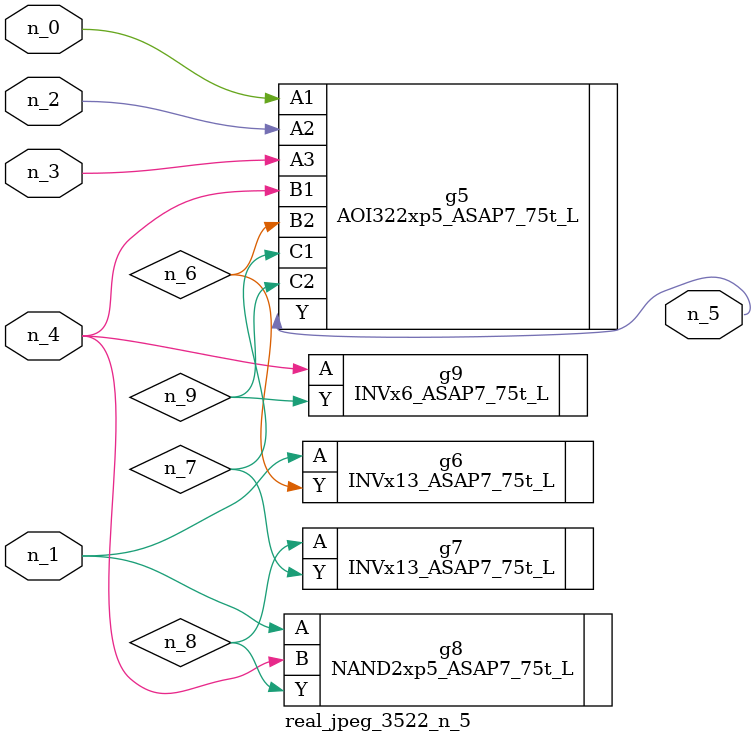
<source format=v>
module real_jpeg_3522_n_5 (n_4, n_0, n_1, n_2, n_3, n_5);

input n_4;
input n_0;
input n_1;
input n_2;
input n_3;

output n_5;

wire n_8;
wire n_6;
wire n_7;
wire n_9;

AOI322xp5_ASAP7_75t_L g5 ( 
.A1(n_0),
.A2(n_2),
.A3(n_3),
.B1(n_4),
.B2(n_6),
.C1(n_7),
.C2(n_9),
.Y(n_5)
);

INVx13_ASAP7_75t_L g6 ( 
.A(n_1),
.Y(n_6)
);

NAND2xp5_ASAP7_75t_L g8 ( 
.A(n_1),
.B(n_4),
.Y(n_8)
);

INVx6_ASAP7_75t_L g9 ( 
.A(n_4),
.Y(n_9)
);

INVx13_ASAP7_75t_L g7 ( 
.A(n_8),
.Y(n_7)
);


endmodule
</source>
